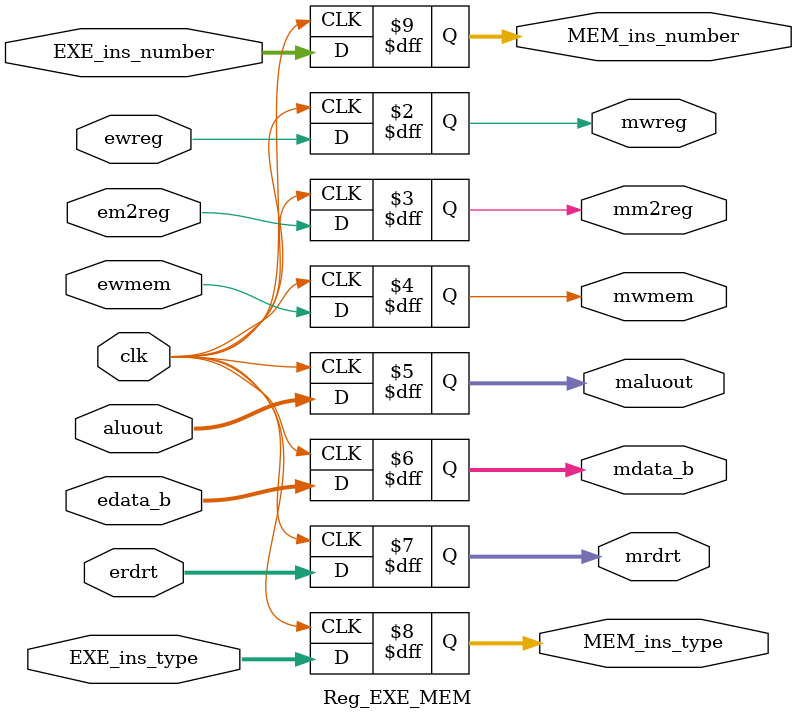
<source format=v>
`timescale 1ns / 1ps
module Reg_EXE_MEM(clk,	ewreg, em2reg, ewmem, aluout, edata_b, erdrt, //inputs
							mwreg, mm2reg, mwmem, maluout, mdata_b, mrdrt, 
							EXE_ins_type, EXE_ins_number, MEM_ins_type, MEM_ins_number);
	input clk, ewreg, em2reg, ewmem;
	input [31:0] aluout, edata_b;
	input [4:0]	 erdrt;

	output mwreg, mm2reg, mwmem;
	output [31:0] maluout, mdata_b;
	output [4:0]  mrdrt;

		
	input [3:0]  EXE_ins_type;
	input [3:0]	 EXE_ins_number;
	output [3:0] MEM_ins_type;
	output [3:0] MEM_ins_number;

	reg [3:0] MEM_ins_type;
	reg [3:0] MEM_ins_number;	
	reg mwreg, mm2reg, mwmem;
	reg [31:0] maluout, mdata_b;
	reg [4:0]  mrdrt;
	
	always@(posedge clk) begin
		mwreg <= ewreg;
		mm2reg <= em2reg;
		mwmem <= ewmem;
		maluout <= aluout;
		mdata_b <= edata_b;
		mrdrt <= erdrt;
		MEM_ins_type <= EXE_ins_type;
		MEM_ins_number <= EXE_ins_number;
	end
endmodule

</source>
